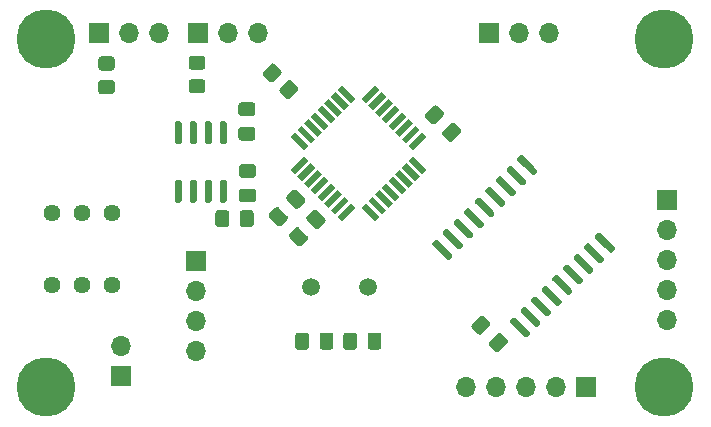
<source format=gbr>
%TF.GenerationSoftware,KiCad,Pcbnew,(5.1.8)-1*%
%TF.CreationDate,2021-01-17T19:24:47+01:00*%
%TF.ProjectId,Cirkel_Kalender,4369726b-656c-45f4-9b61-6c656e646572,rev?*%
%TF.SameCoordinates,Original*%
%TF.FileFunction,Soldermask,Top*%
%TF.FilePolarity,Negative*%
%FSLAX46Y46*%
G04 Gerber Fmt 4.6, Leading zero omitted, Abs format (unit mm)*
G04 Created by KiCad (PCBNEW (5.1.8)-1) date 2021-01-17 19:24:47*
%MOMM*%
%LPD*%
G01*
G04 APERTURE LIST*
%ADD10O,1.700000X1.700000*%
%ADD11R,1.700000X1.700000*%
%ADD12C,5.000000*%
%ADD13C,2.900000*%
%ADD14C,1.440000*%
%ADD15C,0.100000*%
%ADD16C,1.500000*%
G04 APERTURE END LIST*
D10*
%TO.C,U1*%
X27305000Y-152908000D03*
X24765000Y-152908000D03*
D11*
X22225000Y-152908000D03*
%TD*%
D10*
%TO.C,U2*%
X35661600Y-152908000D03*
X33121600Y-152908000D03*
D11*
X30581600Y-152908000D03*
%TD*%
D12*
%TO.C,H3*%
X17780000Y-182880000D03*
D13*
X17780000Y-182880000D03*
%TD*%
D12*
%TO.C,H1*%
X17780000Y-153416000D03*
D13*
X17780000Y-153416000D03*
%TD*%
D12*
%TO.C,H4*%
X70104000Y-182880000D03*
D13*
X70104000Y-182880000D03*
%TD*%
D12*
%TO.C,H2*%
X70104000Y-153416000D03*
D13*
X70104000Y-153416000D03*
%TD*%
%TO.C,C1*%
G36*
G01*
X34323000Y-166058000D02*
X35273000Y-166058000D01*
G75*
G02*
X35523000Y-166308000I0J-250000D01*
G01*
X35523000Y-166983000D01*
G75*
G02*
X35273000Y-167233000I-250000J0D01*
G01*
X34323000Y-167233000D01*
G75*
G02*
X34073000Y-166983000I0J250000D01*
G01*
X34073000Y-166308000D01*
G75*
G02*
X34323000Y-166058000I250000J0D01*
G01*
G37*
G36*
G01*
X34323000Y-163983000D02*
X35273000Y-163983000D01*
G75*
G02*
X35523000Y-164233000I0J-250000D01*
G01*
X35523000Y-164908000D01*
G75*
G02*
X35273000Y-165158000I-250000J0D01*
G01*
X34323000Y-165158000D01*
G75*
G02*
X34073000Y-164908000I0J250000D01*
G01*
X34073000Y-164233000D01*
G75*
G02*
X34323000Y-163983000I250000J0D01*
G01*
G37*
%TD*%
%TO.C,C2*%
G36*
G01*
X35222200Y-159925600D02*
X34272200Y-159925600D01*
G75*
G02*
X34022200Y-159675600I0J250000D01*
G01*
X34022200Y-159000600D01*
G75*
G02*
X34272200Y-158750600I250000J0D01*
G01*
X35222200Y-158750600D01*
G75*
G02*
X35472200Y-159000600I0J-250000D01*
G01*
X35472200Y-159675600D01*
G75*
G02*
X35222200Y-159925600I-250000J0D01*
G01*
G37*
G36*
G01*
X35222200Y-162000600D02*
X34272200Y-162000600D01*
G75*
G02*
X34022200Y-161750600I0J250000D01*
G01*
X34022200Y-161075600D01*
G75*
G02*
X34272200Y-160825600I250000J0D01*
G01*
X35222200Y-160825600D01*
G75*
G02*
X35472200Y-161075600I0J-250000D01*
G01*
X35472200Y-161750600D01*
G75*
G02*
X35222200Y-162000600I-250000J0D01*
G01*
G37*
%TD*%
%TO.C,C3*%
G36*
G01*
X33250000Y-168125000D02*
X33250000Y-169075000D01*
G75*
G02*
X33000000Y-169325000I-250000J0D01*
G01*
X32325000Y-169325000D01*
G75*
G02*
X32075000Y-169075000I0J250000D01*
G01*
X32075000Y-168125000D01*
G75*
G02*
X32325000Y-167875000I250000J0D01*
G01*
X33000000Y-167875000D01*
G75*
G02*
X33250000Y-168125000I0J-250000D01*
G01*
G37*
G36*
G01*
X35325000Y-168125000D02*
X35325000Y-169075000D01*
G75*
G02*
X35075000Y-169325000I-250000J0D01*
G01*
X34400000Y-169325000D01*
G75*
G02*
X34150000Y-169075000I0J250000D01*
G01*
X34150000Y-168125000D01*
G75*
G02*
X34400000Y-167875000I250000J0D01*
G01*
X35075000Y-167875000D01*
G75*
G02*
X35325000Y-168125000I0J-250000D01*
G01*
G37*
%TD*%
%TO.C,C7*%
G36*
G01*
X55282322Y-179004073D02*
X55954073Y-178332322D01*
G75*
G02*
X56307627Y-178332322I176777J-176777D01*
G01*
X56784924Y-178809619D01*
G75*
G02*
X56784924Y-179163173I-176777J-176777D01*
G01*
X56113173Y-179834924D01*
G75*
G02*
X55759619Y-179834924I-176777J176777D01*
G01*
X55282322Y-179357627D01*
G75*
G02*
X55282322Y-179004073I176777J176777D01*
G01*
G37*
G36*
G01*
X53815076Y-177536827D02*
X54486827Y-176865076D01*
G75*
G02*
X54840381Y-176865076I176777J-176777D01*
G01*
X55317678Y-177342373D01*
G75*
G02*
X55317678Y-177695927I-176777J-176777D01*
G01*
X54645927Y-178367678D01*
G75*
G02*
X54292373Y-178367678I-176777J176777D01*
G01*
X53815076Y-177890381D01*
G75*
G02*
X53815076Y-177536827I176777J176777D01*
G01*
G37*
%TD*%
%TO.C,R1*%
G36*
G01*
X22409999Y-156864000D02*
X23310001Y-156864000D01*
G75*
G02*
X23560000Y-157113999I0J-249999D01*
G01*
X23560000Y-157814001D01*
G75*
G02*
X23310001Y-158064000I-249999J0D01*
G01*
X22409999Y-158064000D01*
G75*
G02*
X22160000Y-157814001I0J249999D01*
G01*
X22160000Y-157113999D01*
G75*
G02*
X22409999Y-156864000I249999J0D01*
G01*
G37*
G36*
G01*
X22409999Y-154864000D02*
X23310001Y-154864000D01*
G75*
G02*
X23560000Y-155113999I0J-249999D01*
G01*
X23560000Y-155814001D01*
G75*
G02*
X23310001Y-156064000I-249999J0D01*
G01*
X22409999Y-156064000D01*
G75*
G02*
X22160000Y-155814001I0J249999D01*
G01*
X22160000Y-155113999D01*
G75*
G02*
X22409999Y-154864000I249999J0D01*
G01*
G37*
%TD*%
%TO.C,R2*%
G36*
G01*
X30080799Y-156797200D02*
X30980801Y-156797200D01*
G75*
G02*
X31230800Y-157047199I0J-249999D01*
G01*
X31230800Y-157747201D01*
G75*
G02*
X30980801Y-157997200I-249999J0D01*
G01*
X30080799Y-157997200D01*
G75*
G02*
X29830800Y-157747201I0J249999D01*
G01*
X29830800Y-157047199D01*
G75*
G02*
X30080799Y-156797200I249999J0D01*
G01*
G37*
G36*
G01*
X30080799Y-154797200D02*
X30980801Y-154797200D01*
G75*
G02*
X31230800Y-155047199I0J-249999D01*
G01*
X31230800Y-155747201D01*
G75*
G02*
X30980801Y-155997200I-249999J0D01*
G01*
X30080799Y-155997200D01*
G75*
G02*
X29830800Y-155747201I0J249999D01*
G01*
X29830800Y-155047199D01*
G75*
G02*
X30080799Y-154797200I249999J0D01*
G01*
G37*
%TD*%
%TO.C,R3*%
G36*
G01*
X37556644Y-157573042D02*
X38193042Y-156936644D01*
G75*
G02*
X38546594Y-156936644I176776J-176776D01*
G01*
X39041570Y-157431620D01*
G75*
G02*
X39041570Y-157785172I-176776J-176776D01*
G01*
X38405172Y-158421570D01*
G75*
G02*
X38051620Y-158421570I-176776J176776D01*
G01*
X37556644Y-157926594D01*
G75*
G02*
X37556644Y-157573042I176776J176776D01*
G01*
G37*
G36*
G01*
X36142430Y-156158828D02*
X36778828Y-155522430D01*
G75*
G02*
X37132380Y-155522430I176776J-176776D01*
G01*
X37627356Y-156017406D01*
G75*
G02*
X37627356Y-156370958I-176776J-176776D01*
G01*
X36990958Y-157007356D01*
G75*
G02*
X36637406Y-157007356I-176776J176776D01*
G01*
X36142430Y-156512380D01*
G75*
G02*
X36142430Y-156158828I176776J176776D01*
G01*
G37*
%TD*%
D11*
%TO.C,J5*%
X63500000Y-182880000D03*
D10*
X60960000Y-182880000D03*
X58420000Y-182880000D03*
X55880000Y-182880000D03*
X53340000Y-182880000D03*
%TD*%
D11*
%TO.C,J4*%
X70300000Y-167000000D03*
D10*
X70300000Y-169540000D03*
X70300000Y-172080000D03*
X70300000Y-174620000D03*
X70300000Y-177160000D03*
%TD*%
%TO.C,C4*%
G36*
G01*
X51367678Y-159895927D02*
X50695927Y-160567678D01*
G75*
G02*
X50342373Y-160567678I-176777J176777D01*
G01*
X49865076Y-160090381D01*
G75*
G02*
X49865076Y-159736827I176777J176777D01*
G01*
X50536827Y-159065076D01*
G75*
G02*
X50890381Y-159065076I176777J-176777D01*
G01*
X51367678Y-159542373D01*
G75*
G02*
X51367678Y-159895927I-176777J-176777D01*
G01*
G37*
G36*
G01*
X52834924Y-161363173D02*
X52163173Y-162034924D01*
G75*
G02*
X51809619Y-162034924I-176777J176777D01*
G01*
X51332322Y-161557627D01*
G75*
G02*
X51332322Y-161204073I176777J176777D01*
G01*
X52004073Y-160532322D01*
G75*
G02*
X52357627Y-160532322I176777J-176777D01*
G01*
X52834924Y-161009619D01*
G75*
G02*
X52834924Y-161363173I-176777J-176777D01*
G01*
G37*
%TD*%
%TO.C,C5*%
G36*
G01*
X38831000Y-179451000D02*
X38831000Y-178501000D01*
G75*
G02*
X39081000Y-178251000I250000J0D01*
G01*
X39756000Y-178251000D01*
G75*
G02*
X40006000Y-178501000I0J-250000D01*
G01*
X40006000Y-179451000D01*
G75*
G02*
X39756000Y-179701000I-250000J0D01*
G01*
X39081000Y-179701000D01*
G75*
G02*
X38831000Y-179451000I0J250000D01*
G01*
G37*
G36*
G01*
X40906000Y-179451000D02*
X40906000Y-178501000D01*
G75*
G02*
X41156000Y-178251000I250000J0D01*
G01*
X41831000Y-178251000D01*
G75*
G02*
X42081000Y-178501000I0J-250000D01*
G01*
X42081000Y-179451000D01*
G75*
G02*
X41831000Y-179701000I-250000J0D01*
G01*
X41156000Y-179701000D01*
G75*
G02*
X40906000Y-179451000I0J250000D01*
G01*
G37*
%TD*%
%TO.C,C6*%
G36*
G01*
X44970000Y-179451000D02*
X44970000Y-178501000D01*
G75*
G02*
X45220000Y-178251000I250000J0D01*
G01*
X45895000Y-178251000D01*
G75*
G02*
X46145000Y-178501000I0J-250000D01*
G01*
X46145000Y-179451000D01*
G75*
G02*
X45895000Y-179701000I-250000J0D01*
G01*
X45220000Y-179701000D01*
G75*
G02*
X44970000Y-179451000I0J250000D01*
G01*
G37*
G36*
G01*
X42895000Y-179451000D02*
X42895000Y-178501000D01*
G75*
G02*
X43145000Y-178251000I250000J0D01*
G01*
X43820000Y-178251000D01*
G75*
G02*
X44070000Y-178501000I0J-250000D01*
G01*
X44070000Y-179451000D01*
G75*
G02*
X43820000Y-179701000I-250000J0D01*
G01*
X43145000Y-179701000D01*
G75*
G02*
X42895000Y-179451000I0J250000D01*
G01*
G37*
%TD*%
D11*
%TO.C,J2*%
X24053800Y-181965600D03*
D10*
X24053800Y-179425600D03*
%TD*%
D14*
%TO.C,RV1*%
X18288000Y-168148000D03*
X20828000Y-168148000D03*
X23368000Y-168148000D03*
%TD*%
%TO.C,RV2*%
X23368000Y-174244000D03*
X20828000Y-174244000D03*
X18288000Y-174244000D03*
%TD*%
%TO.C,U3*%
G36*
G01*
X32605000Y-160350000D02*
X32905000Y-160350000D01*
G75*
G02*
X33055000Y-160500000I0J-150000D01*
G01*
X33055000Y-162150000D01*
G75*
G02*
X32905000Y-162300000I-150000J0D01*
G01*
X32605000Y-162300000D01*
G75*
G02*
X32455000Y-162150000I0J150000D01*
G01*
X32455000Y-160500000D01*
G75*
G02*
X32605000Y-160350000I150000J0D01*
G01*
G37*
G36*
G01*
X31335000Y-160350000D02*
X31635000Y-160350000D01*
G75*
G02*
X31785000Y-160500000I0J-150000D01*
G01*
X31785000Y-162150000D01*
G75*
G02*
X31635000Y-162300000I-150000J0D01*
G01*
X31335000Y-162300000D01*
G75*
G02*
X31185000Y-162150000I0J150000D01*
G01*
X31185000Y-160500000D01*
G75*
G02*
X31335000Y-160350000I150000J0D01*
G01*
G37*
G36*
G01*
X30065000Y-160350000D02*
X30365000Y-160350000D01*
G75*
G02*
X30515000Y-160500000I0J-150000D01*
G01*
X30515000Y-162150000D01*
G75*
G02*
X30365000Y-162300000I-150000J0D01*
G01*
X30065000Y-162300000D01*
G75*
G02*
X29915000Y-162150000I0J150000D01*
G01*
X29915000Y-160500000D01*
G75*
G02*
X30065000Y-160350000I150000J0D01*
G01*
G37*
G36*
G01*
X28795000Y-160350000D02*
X29095000Y-160350000D01*
G75*
G02*
X29245000Y-160500000I0J-150000D01*
G01*
X29245000Y-162150000D01*
G75*
G02*
X29095000Y-162300000I-150000J0D01*
G01*
X28795000Y-162300000D01*
G75*
G02*
X28645000Y-162150000I0J150000D01*
G01*
X28645000Y-160500000D01*
G75*
G02*
X28795000Y-160350000I150000J0D01*
G01*
G37*
G36*
G01*
X28795000Y-165300000D02*
X29095000Y-165300000D01*
G75*
G02*
X29245000Y-165450000I0J-150000D01*
G01*
X29245000Y-167100000D01*
G75*
G02*
X29095000Y-167250000I-150000J0D01*
G01*
X28795000Y-167250000D01*
G75*
G02*
X28645000Y-167100000I0J150000D01*
G01*
X28645000Y-165450000D01*
G75*
G02*
X28795000Y-165300000I150000J0D01*
G01*
G37*
G36*
G01*
X30065000Y-165300000D02*
X30365000Y-165300000D01*
G75*
G02*
X30515000Y-165450000I0J-150000D01*
G01*
X30515000Y-167100000D01*
G75*
G02*
X30365000Y-167250000I-150000J0D01*
G01*
X30065000Y-167250000D01*
G75*
G02*
X29915000Y-167100000I0J150000D01*
G01*
X29915000Y-165450000D01*
G75*
G02*
X30065000Y-165300000I150000J0D01*
G01*
G37*
G36*
G01*
X31335000Y-165300000D02*
X31635000Y-165300000D01*
G75*
G02*
X31785000Y-165450000I0J-150000D01*
G01*
X31785000Y-167100000D01*
G75*
G02*
X31635000Y-167250000I-150000J0D01*
G01*
X31335000Y-167250000D01*
G75*
G02*
X31185000Y-167100000I0J150000D01*
G01*
X31185000Y-165450000D01*
G75*
G02*
X31335000Y-165300000I150000J0D01*
G01*
G37*
G36*
G01*
X32605000Y-165300000D02*
X32905000Y-165300000D01*
G75*
G02*
X33055000Y-165450000I0J-150000D01*
G01*
X33055000Y-167100000D01*
G75*
G02*
X32905000Y-167250000I-150000J0D01*
G01*
X32605000Y-167250000D01*
G75*
G02*
X32455000Y-167100000I0J150000D01*
G01*
X32455000Y-165450000D01*
G75*
G02*
X32605000Y-165300000I150000J0D01*
G01*
G37*
%TD*%
D15*
%TO.C,U4*%
G36*
X38839666Y-164853445D02*
G01*
X38450757Y-164464536D01*
X39582128Y-163333165D01*
X39971037Y-163722074D01*
X38839666Y-164853445D01*
G37*
G36*
X39405352Y-165419130D02*
G01*
X39016443Y-165030221D01*
X40147814Y-163898850D01*
X40536723Y-164287759D01*
X39405352Y-165419130D01*
G37*
G36*
X39971037Y-165984816D02*
G01*
X39582128Y-165595907D01*
X40713499Y-164464536D01*
X41102408Y-164853445D01*
X39971037Y-165984816D01*
G37*
G36*
X40536722Y-166550501D02*
G01*
X40147813Y-166161592D01*
X41279184Y-165030221D01*
X41668093Y-165419130D01*
X40536722Y-166550501D01*
G37*
G36*
X41102408Y-167116187D02*
G01*
X40713499Y-166727278D01*
X41844870Y-165595907D01*
X42233779Y-165984816D01*
X41102408Y-167116187D01*
G37*
G36*
X41668093Y-167681872D02*
G01*
X41279184Y-167292963D01*
X42410555Y-166161592D01*
X42799464Y-166550501D01*
X41668093Y-167681872D01*
G37*
G36*
X42233779Y-168247557D02*
G01*
X41844870Y-167858648D01*
X42976241Y-166727277D01*
X43365150Y-167116186D01*
X42233779Y-168247557D01*
G37*
G36*
X42799464Y-168813243D02*
G01*
X42410555Y-168424334D01*
X43541926Y-167292963D01*
X43930835Y-167681872D01*
X42799464Y-168813243D01*
G37*
G36*
X45981445Y-168424334D02*
G01*
X45592536Y-168813243D01*
X44461165Y-167681872D01*
X44850074Y-167292963D01*
X45981445Y-168424334D01*
G37*
G36*
X46547130Y-167858648D02*
G01*
X46158221Y-168247557D01*
X45026850Y-167116186D01*
X45415759Y-166727277D01*
X46547130Y-167858648D01*
G37*
G36*
X47112816Y-167292963D02*
G01*
X46723907Y-167681872D01*
X45592536Y-166550501D01*
X45981445Y-166161592D01*
X47112816Y-167292963D01*
G37*
G36*
X47678501Y-166727278D02*
G01*
X47289592Y-167116187D01*
X46158221Y-165984816D01*
X46547130Y-165595907D01*
X47678501Y-166727278D01*
G37*
G36*
X48244187Y-166161592D02*
G01*
X47855278Y-166550501D01*
X46723907Y-165419130D01*
X47112816Y-165030221D01*
X48244187Y-166161592D01*
G37*
G36*
X48809872Y-165595907D02*
G01*
X48420963Y-165984816D01*
X47289592Y-164853445D01*
X47678501Y-164464536D01*
X48809872Y-165595907D01*
G37*
G36*
X49375557Y-165030221D02*
G01*
X48986648Y-165419130D01*
X47855277Y-164287759D01*
X48244186Y-163898850D01*
X49375557Y-165030221D01*
G37*
G36*
X49941243Y-164464536D02*
G01*
X49552334Y-164853445D01*
X48420963Y-163722074D01*
X48809872Y-163333165D01*
X49941243Y-164464536D01*
G37*
G36*
X48809872Y-162802835D02*
G01*
X48420963Y-162413926D01*
X49552334Y-161282555D01*
X49941243Y-161671464D01*
X48809872Y-162802835D01*
G37*
G36*
X48244186Y-162237150D02*
G01*
X47855277Y-161848241D01*
X48986648Y-160716870D01*
X49375557Y-161105779D01*
X48244186Y-162237150D01*
G37*
G36*
X47678501Y-161671464D02*
G01*
X47289592Y-161282555D01*
X48420963Y-160151184D01*
X48809872Y-160540093D01*
X47678501Y-161671464D01*
G37*
G36*
X47112816Y-161105779D02*
G01*
X46723907Y-160716870D01*
X47855278Y-159585499D01*
X48244187Y-159974408D01*
X47112816Y-161105779D01*
G37*
G36*
X46547130Y-160540093D02*
G01*
X46158221Y-160151184D01*
X47289592Y-159019813D01*
X47678501Y-159408722D01*
X46547130Y-160540093D01*
G37*
G36*
X45981445Y-159974408D02*
G01*
X45592536Y-159585499D01*
X46723907Y-158454128D01*
X47112816Y-158843037D01*
X45981445Y-159974408D01*
G37*
G36*
X45415759Y-159408723D02*
G01*
X45026850Y-159019814D01*
X46158221Y-157888443D01*
X46547130Y-158277352D01*
X45415759Y-159408723D01*
G37*
G36*
X44850074Y-158843037D02*
G01*
X44461165Y-158454128D01*
X45592536Y-157322757D01*
X45981445Y-157711666D01*
X44850074Y-158843037D01*
G37*
G36*
X43930835Y-158454128D02*
G01*
X43541926Y-158843037D01*
X42410555Y-157711666D01*
X42799464Y-157322757D01*
X43930835Y-158454128D01*
G37*
G36*
X43365150Y-159019814D02*
G01*
X42976241Y-159408723D01*
X41844870Y-158277352D01*
X42233779Y-157888443D01*
X43365150Y-159019814D01*
G37*
G36*
X42799464Y-159585499D02*
G01*
X42410555Y-159974408D01*
X41279184Y-158843037D01*
X41668093Y-158454128D01*
X42799464Y-159585499D01*
G37*
G36*
X42233779Y-160151184D02*
G01*
X41844870Y-160540093D01*
X40713499Y-159408722D01*
X41102408Y-159019813D01*
X42233779Y-160151184D01*
G37*
G36*
X41668093Y-160716870D02*
G01*
X41279184Y-161105779D01*
X40147813Y-159974408D01*
X40536722Y-159585499D01*
X41668093Y-160716870D01*
G37*
G36*
X41102408Y-161282555D02*
G01*
X40713499Y-161671464D01*
X39582128Y-160540093D01*
X39971037Y-160151184D01*
X41102408Y-161282555D01*
G37*
G36*
X40536723Y-161848241D02*
G01*
X40147814Y-162237150D01*
X39016443Y-161105779D01*
X39405352Y-160716870D01*
X40536723Y-161848241D01*
G37*
G36*
X39971037Y-162413926D02*
G01*
X39582128Y-162802835D01*
X38450757Y-161671464D01*
X38839666Y-161282555D01*
X39971037Y-162413926D01*
G37*
%TD*%
%TO.C,U5*%
G36*
G01*
X57639206Y-163443133D02*
X57851338Y-163231001D01*
G75*
G02*
X58063470Y-163231001I106066J-106066D01*
G01*
X59300906Y-164468437D01*
G75*
G02*
X59300906Y-164680569I-106066J-106066D01*
G01*
X59088774Y-164892701D01*
G75*
G02*
X58876642Y-164892701I-106066J106066D01*
G01*
X57639206Y-163655265D01*
G75*
G02*
X57639206Y-163443133I106066J106066D01*
G01*
G37*
G36*
G01*
X56741180Y-164341159D02*
X56953312Y-164129027D01*
G75*
G02*
X57165444Y-164129027I106066J-106066D01*
G01*
X58402880Y-165366463D01*
G75*
G02*
X58402880Y-165578595I-106066J-106066D01*
G01*
X58190748Y-165790727D01*
G75*
G02*
X57978616Y-165790727I-106066J106066D01*
G01*
X56741180Y-164553291D01*
G75*
G02*
X56741180Y-164341159I106066J106066D01*
G01*
G37*
G36*
G01*
X55843155Y-165239184D02*
X56055287Y-165027052D01*
G75*
G02*
X56267419Y-165027052I106066J-106066D01*
G01*
X57504855Y-166264488D01*
G75*
G02*
X57504855Y-166476620I-106066J-106066D01*
G01*
X57292723Y-166688752D01*
G75*
G02*
X57080591Y-166688752I-106066J106066D01*
G01*
X55843155Y-165451316D01*
G75*
G02*
X55843155Y-165239184I106066J106066D01*
G01*
G37*
G36*
G01*
X54945129Y-166137210D02*
X55157261Y-165925078D01*
G75*
G02*
X55369393Y-165925078I106066J-106066D01*
G01*
X56606829Y-167162514D01*
G75*
G02*
X56606829Y-167374646I-106066J-106066D01*
G01*
X56394697Y-167586778D01*
G75*
G02*
X56182565Y-167586778I-106066J106066D01*
G01*
X54945129Y-166349342D01*
G75*
G02*
X54945129Y-166137210I106066J106066D01*
G01*
G37*
G36*
G01*
X54047103Y-167035235D02*
X54259235Y-166823103D01*
G75*
G02*
X54471367Y-166823103I106066J-106066D01*
G01*
X55708803Y-168060539D01*
G75*
G02*
X55708803Y-168272671I-106066J-106066D01*
G01*
X55496671Y-168484803D01*
G75*
G02*
X55284539Y-168484803I-106066J106066D01*
G01*
X54047103Y-167247367D01*
G75*
G02*
X54047103Y-167035235I106066J106066D01*
G01*
G37*
G36*
G01*
X53149078Y-167933261D02*
X53361210Y-167721129D01*
G75*
G02*
X53573342Y-167721129I106066J-106066D01*
G01*
X54810778Y-168958565D01*
G75*
G02*
X54810778Y-169170697I-106066J-106066D01*
G01*
X54598646Y-169382829D01*
G75*
G02*
X54386514Y-169382829I-106066J106066D01*
G01*
X53149078Y-168145393D01*
G75*
G02*
X53149078Y-167933261I106066J106066D01*
G01*
G37*
G36*
G01*
X52251052Y-168831287D02*
X52463184Y-168619155D01*
G75*
G02*
X52675316Y-168619155I106066J-106066D01*
G01*
X53912752Y-169856591D01*
G75*
G02*
X53912752Y-170068723I-106066J-106066D01*
G01*
X53700620Y-170280855D01*
G75*
G02*
X53488488Y-170280855I-106066J106066D01*
G01*
X52251052Y-169043419D01*
G75*
G02*
X52251052Y-168831287I106066J106066D01*
G01*
G37*
G36*
G01*
X51353027Y-169729312D02*
X51565159Y-169517180D01*
G75*
G02*
X51777291Y-169517180I106066J-106066D01*
G01*
X53014727Y-170754616D01*
G75*
G02*
X53014727Y-170966748I-106066J-106066D01*
G01*
X52802595Y-171178880D01*
G75*
G02*
X52590463Y-171178880I-106066J106066D01*
G01*
X51353027Y-169941444D01*
G75*
G02*
X51353027Y-169729312I106066J106066D01*
G01*
G37*
G36*
G01*
X50455001Y-170627338D02*
X50667133Y-170415206D01*
G75*
G02*
X50879265Y-170415206I106066J-106066D01*
G01*
X52116701Y-171652642D01*
G75*
G02*
X52116701Y-171864774I-106066J-106066D01*
G01*
X51904569Y-172076906D01*
G75*
G02*
X51692437Y-172076906I-106066J106066D01*
G01*
X50455001Y-170839470D01*
G75*
G02*
X50455001Y-170627338I106066J106066D01*
G01*
G37*
G36*
G01*
X57031094Y-177203431D02*
X57243226Y-176991299D01*
G75*
G02*
X57455358Y-176991299I106066J-106066D01*
G01*
X58692794Y-178228735D01*
G75*
G02*
X58692794Y-178440867I-106066J-106066D01*
G01*
X58480662Y-178652999D01*
G75*
G02*
X58268530Y-178652999I-106066J106066D01*
G01*
X57031094Y-177415563D01*
G75*
G02*
X57031094Y-177203431I106066J106066D01*
G01*
G37*
G36*
G01*
X57929120Y-176305405D02*
X58141252Y-176093273D01*
G75*
G02*
X58353384Y-176093273I106066J-106066D01*
G01*
X59590820Y-177330709D01*
G75*
G02*
X59590820Y-177542841I-106066J-106066D01*
G01*
X59378688Y-177754973D01*
G75*
G02*
X59166556Y-177754973I-106066J106066D01*
G01*
X57929120Y-176517537D01*
G75*
G02*
X57929120Y-176305405I106066J106066D01*
G01*
G37*
G36*
G01*
X58827145Y-175407380D02*
X59039277Y-175195248D01*
G75*
G02*
X59251409Y-175195248I106066J-106066D01*
G01*
X60488845Y-176432684D01*
G75*
G02*
X60488845Y-176644816I-106066J-106066D01*
G01*
X60276713Y-176856948D01*
G75*
G02*
X60064581Y-176856948I-106066J106066D01*
G01*
X58827145Y-175619512D01*
G75*
G02*
X58827145Y-175407380I106066J106066D01*
G01*
G37*
G36*
G01*
X59725171Y-174509354D02*
X59937303Y-174297222D01*
G75*
G02*
X60149435Y-174297222I106066J-106066D01*
G01*
X61386871Y-175534658D01*
G75*
G02*
X61386871Y-175746790I-106066J-106066D01*
G01*
X61174739Y-175958922D01*
G75*
G02*
X60962607Y-175958922I-106066J106066D01*
G01*
X59725171Y-174721486D01*
G75*
G02*
X59725171Y-174509354I106066J106066D01*
G01*
G37*
G36*
G01*
X60623197Y-173611329D02*
X60835329Y-173399197D01*
G75*
G02*
X61047461Y-173399197I106066J-106066D01*
G01*
X62284897Y-174636633D01*
G75*
G02*
X62284897Y-174848765I-106066J-106066D01*
G01*
X62072765Y-175060897D01*
G75*
G02*
X61860633Y-175060897I-106066J106066D01*
G01*
X60623197Y-173823461D01*
G75*
G02*
X60623197Y-173611329I106066J106066D01*
G01*
G37*
G36*
G01*
X61521222Y-172713303D02*
X61733354Y-172501171D01*
G75*
G02*
X61945486Y-172501171I106066J-106066D01*
G01*
X63182922Y-173738607D01*
G75*
G02*
X63182922Y-173950739I-106066J-106066D01*
G01*
X62970790Y-174162871D01*
G75*
G02*
X62758658Y-174162871I-106066J106066D01*
G01*
X61521222Y-172925435D01*
G75*
G02*
X61521222Y-172713303I106066J106066D01*
G01*
G37*
G36*
G01*
X62419248Y-171815277D02*
X62631380Y-171603145D01*
G75*
G02*
X62843512Y-171603145I106066J-106066D01*
G01*
X64080948Y-172840581D01*
G75*
G02*
X64080948Y-173052713I-106066J-106066D01*
G01*
X63868816Y-173264845D01*
G75*
G02*
X63656684Y-173264845I-106066J106066D01*
G01*
X62419248Y-172027409D01*
G75*
G02*
X62419248Y-171815277I106066J106066D01*
G01*
G37*
G36*
G01*
X63317273Y-170917252D02*
X63529405Y-170705120D01*
G75*
G02*
X63741537Y-170705120I106066J-106066D01*
G01*
X64978973Y-171942556D01*
G75*
G02*
X64978973Y-172154688I-106066J-106066D01*
G01*
X64766841Y-172366820D01*
G75*
G02*
X64554709Y-172366820I-106066J106066D01*
G01*
X63317273Y-171129384D01*
G75*
G02*
X63317273Y-170917252I106066J106066D01*
G01*
G37*
G36*
G01*
X64215299Y-170019226D02*
X64427431Y-169807094D01*
G75*
G02*
X64639563Y-169807094I106066J-106066D01*
G01*
X65876999Y-171044530D01*
G75*
G02*
X65876999Y-171256662I-106066J-106066D01*
G01*
X65664867Y-171468794D01*
G75*
G02*
X65452735Y-171468794I-106066J106066D01*
G01*
X64215299Y-170231358D01*
G75*
G02*
X64215299Y-170019226I106066J106066D01*
G01*
G37*
%TD*%
D16*
%TO.C,Y1*%
X45028000Y-174404000D03*
X40148000Y-174404000D03*
%TD*%
%TO.C,C8*%
G36*
G01*
X37495927Y-167682322D02*
X38167678Y-168354073D01*
G75*
G02*
X38167678Y-168707627I-176777J-176777D01*
G01*
X37690381Y-169184924D01*
G75*
G02*
X37336827Y-169184924I-176777J176777D01*
G01*
X36665076Y-168513173D01*
G75*
G02*
X36665076Y-168159619I176777J176777D01*
G01*
X37142373Y-167682322D01*
G75*
G02*
X37495927Y-167682322I176777J-176777D01*
G01*
G37*
G36*
G01*
X38963173Y-166215076D02*
X39634924Y-166886827D01*
G75*
G02*
X39634924Y-167240381I-176777J-176777D01*
G01*
X39157627Y-167717678D01*
G75*
G02*
X38804073Y-167717678I-176777J176777D01*
G01*
X38132322Y-167045927D01*
G75*
G02*
X38132322Y-166692373I176777J176777D01*
G01*
X38609619Y-166215076D01*
G75*
G02*
X38963173Y-166215076I176777J-176777D01*
G01*
G37*
%TD*%
%TO.C,C9*%
G36*
G01*
X40663173Y-167915076D02*
X41334924Y-168586827D01*
G75*
G02*
X41334924Y-168940381I-176777J-176777D01*
G01*
X40857627Y-169417678D01*
G75*
G02*
X40504073Y-169417678I-176777J176777D01*
G01*
X39832322Y-168745927D01*
G75*
G02*
X39832322Y-168392373I176777J176777D01*
G01*
X40309619Y-167915076D01*
G75*
G02*
X40663173Y-167915076I176777J-176777D01*
G01*
G37*
G36*
G01*
X39195927Y-169382322D02*
X39867678Y-170054073D01*
G75*
G02*
X39867678Y-170407627I-176777J-176777D01*
G01*
X39390381Y-170884924D01*
G75*
G02*
X39036827Y-170884924I-176777J176777D01*
G01*
X38365076Y-170213173D01*
G75*
G02*
X38365076Y-169859619I176777J176777D01*
G01*
X38842373Y-169382322D01*
G75*
G02*
X39195927Y-169382322I176777J-176777D01*
G01*
G37*
%TD*%
D11*
%TO.C,J1*%
X30454600Y-172161200D03*
D10*
X30454600Y-174701200D03*
X30454600Y-177241200D03*
X30454600Y-179781200D03*
%TD*%
D11*
%TO.C,J3*%
X55219600Y-152908000D03*
D10*
X57759600Y-152908000D03*
X60299600Y-152908000D03*
%TD*%
M02*

</source>
